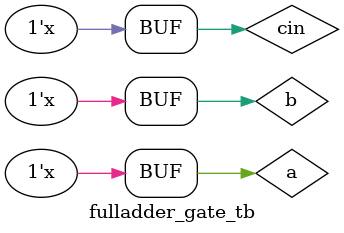
<source format=v>
module fulladder_gate(sum,cout,a,b,cin);
  input a,b,cin;
  output sum,cout;
  
  wire p,q,r;
  
  xor x1(sum,a,b,cin);
  and a1(p,a,b);
  and a2(q,b,cin);
  and a3(r,a,cin);
  or o1 (cout,p,q,r);
  
endmodule

module fulladder_gate_tb;
  reg a,b,cin;
  wire sum,cout;
  
  fulladder_gate uut(sum,cout,a,b,cin);
  
  initial begin
    a=0; b=0; cin=0;
  end
  
  always #200 a=~a;
  always #100 b=~b;
  always #50 cin=~cin;
  
endmodule
</source>
